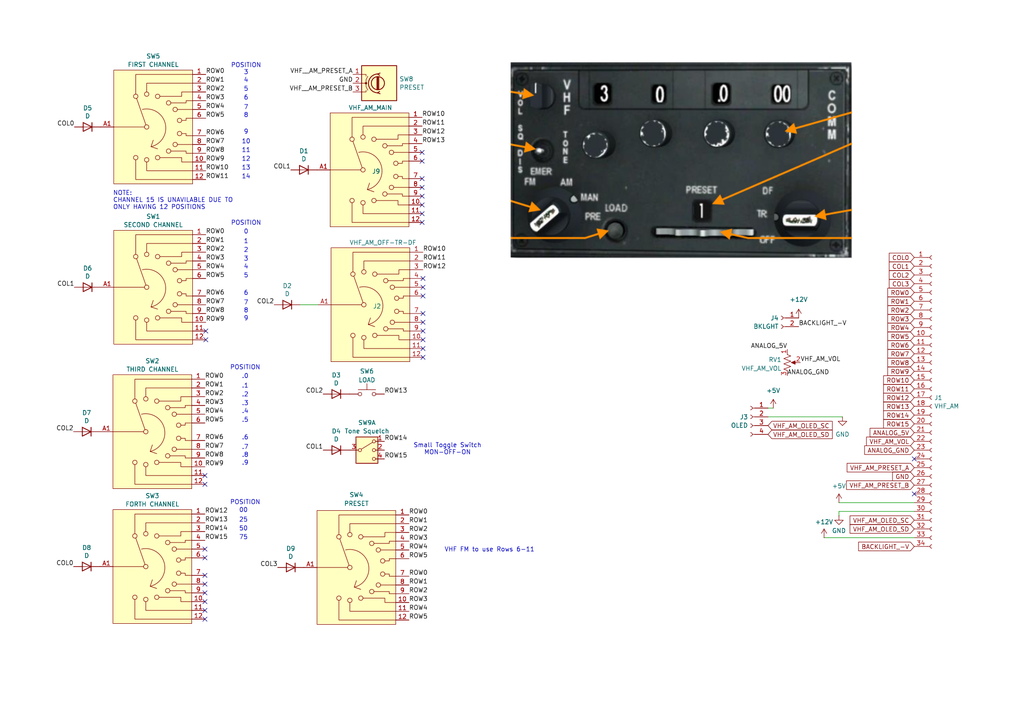
<source format=kicad_sch>
(kicad_sch (version 20231120) (generator "eeschema") (generator_version "8.0")
  (paper "A4")
  (title_block (date "2024-08-10"))
  (lib_symbols
    (symbol "Connector:Conn_01x02_Socket" (pin_names (offset 1.016) hide)
      (property "Reference" "J" (at 0 2.54 0))
      (property "Value" "Conn_01x02_Socket" (at 0 -5.08 0))
      (symbol "Conn_01x02_Socket_1_1"
        (arc (start 0 -2.032) (mid -0.5058 -2.54) (end 0 -3.048) (stroke (width 0.1524)))
        (polyline (pts (xy -1.27 -2.54) (xy -0.508 -2.54)) (stroke (width 0.1524)))
        (polyline (pts (xy -1.27 0) (xy -0.508 0)) (stroke (width 0.1524)))
        (arc (start 0 0.508) (mid -0.5058 0) (end 0 -0.508) (stroke (width 0.1524)))
        (pin passive line (at -5.08 0 0) (length 3.81) (name "Pin_1") (number "1"))
        (pin passive line (at -5.08 -2.54 0) (length 3.81) (name "Pin_2") (number "2"))
      )
    )
    (symbol "Connector:Conn_01x04_Socket" (pin_names (offset 1.016) hide)
      (property "Reference" "J" (at 0 5.08 0))
      (property "Value" "Conn_01x04_Socket" (at 0 -7.62 0))
      (symbol "Conn_01x04_Socket_1_1"
        (arc (start 0 -4.572) (mid -0.5058 -5.08) (end 0 -5.588) (stroke (width 0.1524)))
        (arc (start 0 -2.032) (mid -0.5058 -2.54) (end 0 -3.048) (stroke (width 0.1524)))
        (polyline (pts (xy -1.27 -5.08) (xy -0.508 -5.08)) (stroke (width 0.1524)))
        (polyline (pts (xy -1.27 -2.54) (xy -0.508 -2.54)) (stroke (width 0.1524)))
        (polyline (pts (xy -1.27 0) (xy -0.508 0)) (stroke (width 0.1524)))
        (polyline (pts (xy -1.27 2.54) (xy -0.508 2.54)) (stroke (width 0.1524)))
        (arc (start 0 0.508) (mid -0.5058 0) (end 0 -0.508) (stroke (width 0.1524)))
        (arc (start 0 3.048) (mid -0.5058 2.54) (end 0 2.032) (stroke (width 0.1524)))
        (pin passive line (at -5.08 2.54 0) (length 3.81) (name "Pin_1") (number "1"))
        (pin passive line (at -5.08 0 0) (length 3.81) (name "Pin_2") (number "2"))
        (pin passive line (at -5.08 -2.54 0) (length 3.81) (name "Pin_3") (number "3"))
        (pin passive line (at -5.08 -5.08 0) (length 3.81) (name "Pin_4") (number "4"))
      )
    )
    (symbol "Connector:Conn_01x34_Socket" (pin_names (offset 1.016) hide)
      (property "Reference" "J" (at 0 43.18 0))
      (property "Value" "Conn_01x34_Socket" (at 0 -45.72 0))
      (symbol "Conn_01x34_Socket_1_1"
        (arc (start 0 -42.672) (mid -0.5058 -43.18) (end 0 -43.688) (stroke (width 0.1524)))
        (arc (start 0 -40.132) (mid -0.5058 -40.64) (end 0 -41.148) (stroke (width 0.1524)))
        (arc (start 0 -37.592) (mid -0.5058 -38.1) (end 0 -38.608) (stroke (width 0.1524)))
        (arc (start 0 -35.052) (mid -0.5058 -35.56) (end 0 -36.068) (stroke (width 0.1524)))
        (arc (start 0 -32.512) (mid -0.5058 -33.02) (end 0 -33.528) (stroke (width 0.1524)))
        (arc (start 0 -29.972) (mid -0.5058 -30.48) (end 0 -30.988) (stroke (width 0.1524)))
        (arc (start 0 -27.432) (mid -0.5058 -27.94) (end 0 -28.448) (stroke (width 0.1524)))
        (arc (start 0 -24.892) (mid -0.5058 -25.4) (end 0 -25.908) (stroke (width 0.1524)))
        (arc (start 0 -22.352) (mid -0.5058 -22.86) (end 0 -23.368) (stroke (width 0.1524)))
        (arc (start 0 -19.812) (mid -0.5058 -20.32) (end 0 -20.828) (stroke (width 0.1524)))
        (arc (start 0 -17.272) (mid -0.5058 -17.78) (end 0 -18.288) (stroke (width 0.1524)))
        (arc (start 0 -14.732) (mid -0.5058 -15.24) (end 0 -15.748) (stroke (width 0.1524)))
        (arc (start 0 -12.192) (mid -0.5058 -12.7) (end 0 -13.208) (stroke (width 0.1524)))
        (arc (start 0 -9.652) (mid -0.5058 -10.16) (end 0 -10.668) (stroke (width 0.1524)))
        (arc (start 0 -7.112) (mid -0.5058 -7.62) (end 0 -8.128) (stroke (width 0.1524)))
        (arc (start 0 -4.572) (mid -0.5058 -5.08) (end 0 -5.588) (stroke (width 0.1524)))
        (arc (start 0 -2.032) (mid -0.5058 -2.54) (end 0 -3.048) (stroke (width 0.1524)))
        (polyline (pts (xy -1.27 -43.18) (xy -0.508 -43.18)) (stroke (width 0.1524)))
        (polyline (pts (xy -1.27 -40.64) (xy -0.508 -40.64)) (stroke (width 0.1524)))
        (polyline (pts (xy -1.27 -38.1) (xy -0.508 -38.1)) (stroke (width 0.1524)))
        (polyline (pts (xy -1.27 -35.56) (xy -0.508 -35.56)) (stroke (width 0.1524)))
        (polyline (pts (xy -1.27 -33.02) (xy -0.508 -33.02)) (stroke (width 0.1524)))
        (polyline (pts (xy -1.27 -30.48) (xy -0.508 -30.48)) (stroke (width 0.1524)))
        (polyline (pts (xy -1.27 -27.94) (xy -0.508 -27.94)) (stroke (width 0.1524)))
        (polyline (pts (xy -1.27 -25.4) (xy -0.508 -25.4)) (stroke (width 0.1524)))
        (polyline (pts (xy -1.27 -22.86) (xy -0.508 -22.86)) (stroke (width 0.1524)))
        (polyline (pts (xy -1.27 -20.32) (xy -0.508 -20.32)) (stroke (width 0.1524)))
        (polyline (pts (xy -1.27 -17.78) (xy -0.508 -17.78)) (stroke (width 0.1524)))
        (polyline (pts (xy -1.27 -15.24) (xy -0.508 -15.24)) (stroke (width 0.1524)))
        (polyline (pts (xy -1.27 -12.7) (xy -0.508 -12.7)) (stroke (width 0.1524)))
        (polyline (pts (xy -1.27 -10.16) (xy -0.508 -10.16)) (stroke (width 0.1524)))
        (polyline (pts (xy -1.27 -7.62) (xy -0.508 -7.62)) (stroke (width 0.1524)))
        (polyline (pts (xy -1.27 -5.08) (xy -0.508 -5.08)) (stroke (width 0.1524)))
        (polyline (pts (xy -1.27 -2.54) (xy -0.508 -2.54)) (stroke (width 0.1524)))
        (polyline (pts (xy -1.27 0) (xy -0.508 0)) (stroke (width 0.1524)))
        (polyline (pts (xy -1.27 2.54) (xy -0.508 2.54)) (stroke (width 0.1524)))
        (polyline (pts (xy -1.27 5.08) (xy -0.508 5.08)) (stroke (width 0.1524)))
        (polyline (pts (xy -1.27 7.62) (xy -0.508 7.62)) (stroke (width 0.1524)))
        (polyline (pts (xy -1.27 10.16) (xy -0.508 10.16)) (stroke (width 0.1524)))
        (polyline (pts (xy -1.27 12.7) (xy -0.508 12.7)) (stroke (width 0.1524)))
        (polyline (pts (xy -1.27 15.24) (xy -0.508 15.24)) (stroke (width 0.1524)))
        (polyline (pts (xy -1.27 17.78) (xy -0.508 17.78)) (stroke (width 0.1524)))
        (polyline (pts (xy -1.27 20.32) (xy -0.508 20.32)) (stroke (width 0.1524)))
        (polyline (pts (xy -1.27 22.86) (xy -0.508 22.86)) (stroke (width 0.1524)))
        (polyline (pts (xy -1.27 25.4) (xy -0.508 25.4)) (stroke (width 0.1524)))
        (polyline (pts (xy -1.27 27.94) (xy -0.508 27.94)) (stroke (width 0.1524)))
        (polyline (pts (xy -1.27 30.48) (xy -0.508 30.48)) (stroke (width 0.1524)))
        (polyline (pts (xy -1.27 33.02) (xy -0.508 33.02)) (stroke (width 0.1524)))
        (polyline (pts (xy -1.27 35.56) (xy -0.508 35.56)) (stroke (width 0.1524)))
        (polyline (pts (xy -1.27 38.1) (xy -0.508 38.1)) (stroke (width 0.1524)))
        (polyline (pts (xy -1.27 40.64) (xy -0.508 40.64)) (stroke (width 0.1524)))
        (arc (start 0 0.508) (mid -0.5058 0) (end 0 -0.508) (stroke (width 0.1524)))
        (arc (start 0 3.048) (mid -0.5058 2.54) (end 0 2.032) (stroke (width 0.1524)))
        (arc (start 0 5.588) (mid -0.5058 5.08) (end 0 4.572) (stroke (width 0.1524)))
        (arc (start 0 8.128) (mid -0.5058 7.62) (end 0 7.112) (stroke (width 0.1524)))
        (arc (start 0 10.668) (mid -0.5058 10.16) (end 0 9.652) (stroke (width 0.1524)))
        (arc (start 0 13.208) (mid -0.5058 12.7) (end 0 12.192) (stroke (width 0.1524)))
        (arc (start 0 15.748) (mid -0.5058 15.24) (end 0 14.732) (stroke (width 0.1524)))
        (arc (start 0 18.288) (mid -0.5058 17.78) (end 0 17.272) (stroke (width 0.1524)))
        (arc (start 0 20.828) (mid -0.5058 20.32) (end 0 19.812) (stroke (width 0.1524)))
        (arc (start 0 23.368) (mid -0.5058 22.86) (end 0 22.352) (stroke (width 0.1524)))
        (arc (start 0 25.908) (mid -0.5058 25.4) (end 0 24.892) (stroke (width 0.1524)))
        (arc (start 0 28.448) (mid -0.5058 27.94) (end 0 27.432) (stroke (width 0.1524)))
        (arc (start 0 30.988) (mid -0.5058 30.48) (end 0 29.972) (stroke (width 0.1524)))
        (arc (start 0 33.528) (mid -0.5058 33.02) (end 0 32.512) (stroke (width 0.1524)))
        (arc (start 0 36.068) (mid -0.5058 35.56) (end 0 35.052) (stroke (width 0.1524)))
        (arc (start 0 38.608) (mid -0.5058 38.1) (end 0 37.592) (stroke (width 0.1524)))
        (arc (start 0 41.148) (mid -0.5058 40.64) (end 0 40.132) (stroke (width 0.1524)))
        (pin passive line (at -5.08 40.64 0) (length 3.81) (name "Pin_1") (number "1"))
        (pin passive line (at -5.08 17.78 0) (length 3.81) (name "Pin_10") (number "10"))
        (pin passive line (at -5.08 15.24 0) (length 3.81) (name "Pin_11") (number "11"))
        (pin passive line (at -5.08 12.7 0) (length 3.81) (name "Pin_12") (number "12"))
        (pin passive line (at -5.08 10.16 0) (length 3.81) (name "Pin_13") (number "13"))
        (pin passive line (at -5.08 7.62 0) (length 3.81) (name "Pin_14") (number "14"))
        (pin passive line (at -5.08 5.08 0) (length 3.81) (name "Pin_15") (number "15"))
        (pin passive line (at -5.08 2.54 0) (length 3.81) (name "Pin_16") (number "16"))
        (pin passive line (at -5.08 0 0) (length 3.81) (name "Pin_17") (number "17"))
        (pin passive line (at -5.08 -2.54 0) (length 3.81) (name "Pin_18") (number "18"))
        (pin passive line (at -5.08 -5.08 0) (length 3.81) (name "Pin_19") (number "19"))
        (pin passive line (at -5.08 38.1 0) (length 3.81) (name "Pin_2") (number "2"))
        (pin passive line (at -5.08 -7.62 0) (length 3.81) (name "Pin_20") (number "20"))
        (pin passive line (at -5.08 -10.16 0) (length 3.81) (name "Pin_21") (number "21"))
        (pin passive line (at -5.08 -12.7 0) (length 3.81) (name "Pin_22") (number "22"))
        (pin passive line (at -5.08 -15.24 0) (length 3.81) (name "Pin_23") (number "23"))
        (pin passive line (at -5.08 -17.78 0) (length 3.81) (name "Pin_24") (number "24"))
        (pin passive line (at -5.08 -20.32 0) (length 3.81) (name "Pin_25") (number "25"))
        (pin passive line (at -5.08 -22.86 0) (length 3.81) (name "Pin_26") (number "26"))
        (pin passive line (at -5.08 -25.4 0) (length 3.81) (name "Pin_27") (number "27"))
        (pin passive line (at -5.08 -27.94 0) (length 3.81) (name "Pin_28") (number "28"))
        (pin passive line (at -5.08 -30.48 0) (length 3.81) (name "Pin_29") (number "29"))
        (pin passive line (at -5.08 35.56 0) (length 3.81) (name "Pin_3") (number "3"))
        (pin passive line (at -5.08 -33.02 0) (length 3.81) (name "Pin_30") (number "30"))
        (pin passive line (at -5.08 -35.56 0) (length 3.81) (name "Pin_31") (number "31"))
        (pin passive line (at -5.08 -38.1 0) (length 3.81) (name "Pin_32") (number "32"))
        (pin passive line (at -5.08 -40.64 0) (length 3.81) (name "Pin_33") (number "33"))
        (pin passive line (at -5.08 -43.18 0) (length 3.81) (name "Pin_34") (number "34"))
        (pin passive line (at -5.08 33.02 0) (length 3.81) (name "Pin_4") (number "4"))
        (pin passive line (at -5.08 30.48 0) (length 3.81) (name "Pin_5") (number "5"))
        (pin passive line (at -5.08 27.94 0) (length 3.81) (name "Pin_6") (number "6"))
        (pin passive line (at -5.08 25.4 0) (length 3.81) (name "Pin_7") (number "7"))
        (pin passive line (at -5.08 22.86 0) (length 3.81) (name "Pin_8") (number "8"))
        (pin passive line (at -5.08 20.32 0) (length 3.81) (name "Pin_9") (number "9"))
      )
    )
    (symbol "Device:D" (pin_numbers hide) (pin_names (offset 1.016) hide)
      (property "Reference" "D" (at 0 2.54 0))
      (property "Value" "D" (at 0 -2.54 0))
      (symbol "D_0_1"
        (polyline (pts (xy -1.27 1.27) (xy -1.27 -1.27)) (stroke (width 0.254)))
        (polyline (pts (xy 1.27 0) (xy -1.27 0)))
        (polyline (pts (xy 1.27 1.27) (xy 1.27 -1.27) (xy -1.27 0) (xy 1.27 1.27)) (stroke (width 0.254)))
      )
      (symbol "D_1_1"
        (pin passive line (at -3.81 0 0) (length 2.54) (name "K") (number "1"))
        (pin passive line (at 3.81 0 180) (length 2.54) (name "A") (number "2"))
      )
    )
    (symbol "Device:R_Potentiometer_US" (pin_names (offset 1.016) hide)
      (property "Reference" "RV" (at -4.445 0 90))
      (property "Value" "R_Potentiometer_US" (at -2.54 0 90))
      (symbol "R_Potentiometer_US_0_1"
        (polyline (pts (xy 0 -2.286) (xy 0 -2.54)))
        (polyline (pts (xy 0 2.54) (xy 0 2.286)))
        (polyline (pts (xy 2.54 0) (xy 1.524 0)))
        (polyline (pts (xy 1.143 0) (xy 2.286 0.508) (xy 2.286 -0.508) (xy 1.143 0)) (fill (type outline)))
        (polyline (pts (xy 0 -0.762) (xy 1.016 -1.143) (xy 0 -1.524) (xy -1.016 -1.905) (xy 0 -2.286)))
        (polyline (pts (xy 0 0.762) (xy 1.016 0.381) (xy 0 0) (xy -1.016 -0.381) (xy 0 -0.762)))
        (polyline (pts (xy 0 2.286) (xy 1.016 1.905) (xy 0 1.524) (xy -1.016 1.143) (xy 0 0.762)))
      )
      (symbol "R_Potentiometer_US_1_1"
        (pin passive line (at 0 3.81 270) (length 1.27) (name "1") (number "1"))
        (pin passive line (at 3.81 0 180) (length 1.27) (name "2") (number "2"))
        (pin passive line (at 0 -3.81 90) (length 1.27) (name "3") (number "3"))
      )
    )
    (symbol "RotaryEncoder_2" (pin_names (offset 0.254) hide)
      (property "Reference" "SW2" (at 5.842 0.8347 0))
      (property "Value" "ENCODER_2" (at 5.842 -1.7022 0))
      (symbol "RotaryEncoder_2_0_1"
        (rectangle (start -5.08 5.08) (end 5.08 -5.08) (stroke (width 0.254)) (fill (type background)))
        (circle (center -3.81 0) (radius 0.254) (fill (type outline)))
        (circle (center -0.381 0) (radius 1.905) (stroke (width 0.254)))
        (arc (start -0.381 2.667) (mid -3.0988 -0.0635) (end -0.381 -2.794) (stroke (width 0.254)))
        (polyline (pts (xy -0.635 -1.778) (xy -0.635 1.778)) (stroke (width 0.254)))
        (polyline (pts (xy -0.381 -1.778) (xy -0.381 1.778)) (stroke (width 0.254)))
        (polyline (pts (xy -0.127 1.778) (xy -0.127 -1.778)) (stroke (width 0.254)))
        (polyline (pts (xy -5.08 -2.54) (xy -3.81 -2.54) (xy -3.81 -2.032)))
        (polyline (pts (xy -5.08 2.54) (xy -3.81 2.54) (xy -3.81 2.032)))
        (polyline (pts (xy 0.254 -3.048) (xy -0.508 -2.794) (xy 0.127 -2.413)) (stroke (width 0.254)))
        (polyline (pts (xy 0.254 2.921) (xy -0.508 2.667) (xy 0.127 2.286)) (stroke (width 0.254)))
        (polyline (pts (xy -5.08 0) (xy -3.81 0) (xy -3.81 -1.016) (xy -3.302 -2.032)))
        (polyline (pts (xy -4.318 0) (xy -3.81 0) (xy -3.81 1.016) (xy -3.302 2.032)))
      )
      (symbol "RotaryEncoder_2_1_1"
        (pin passive line (at -7.62 2.54 0) (length 2.54) (name "1") (number "1"))
        (pin passive line (at -7.62 0 0) (length 2.54) (name "2") (number "2"))
        (pin passive line (at -7.62 -2.54 0) (length 2.54) (name "3") (number "3"))
      )
    )
    (symbol "SW_Rotary_1x12_1" (pin_names (offset 1.016) hide)
      (property "Reference" "SW" (at 0 17.78 0))
      (property "Value" "SW_Rotary_1x12" (at 0 -17.78 0))
      (symbol "SW_Rotary_1x12_1_0_0"
        (circle (center -5.08 -8.89) (radius 0.635))
        (circle (center -5.08 8.89) (radius 0.635))
        (circle (center -1.905 -9.525) (radius 0.635))
        (circle (center -1.905 0) (radius 0.635))
        (circle (center -1.905 9.525) (radius 0.635))
        (arc (start -0.635 -5.715) (mid 3.4777 0.949) (end -3.175 5.08))
        (polyline (pts (xy -2.1336 0.6096) (xy -4.826 8.2804)))
        (polyline (pts (xy -0.635 -5.715) (xy 0 -3.81)))
        (polyline (pts (xy -0.635 -5.715) (xy 1.27 -6.35)))
        (polyline (pts (xy 6.985 -5.08) (xy 11.43 -5.08)))
        (polyline (pts (xy 6.985 5.08) (xy 11.43 5.08)))
        (polyline (pts (xy -5.08 -9.525) (xy -5.08 -15.24) (xy 11.43 -15.24)))
        (polyline (pts (xy -5.08 9.525) (xy -5.08 15.24) (xy 11.43 15.24)))
        (polyline (pts (xy -1.905 -10.16) (xy -1.905 -12.7) (xy 11.43 -12.7)))
        (polyline (pts (xy -1.905 10.16) (xy -1.905 12.7) (xy 11.43 12.7)))
        (polyline (pts (xy 1.905 -8.89) (xy 8.255 -8.89) (xy 8.255 -10.16) (xy 11.43 -10.16)))
        (polyline (pts (xy 1.905 8.89) (xy 8.255 8.89) (xy 8.255 10.16) (xy 11.43 10.16)))
        (polyline (pts (xy 5.08 -6.985) (xy 9.525 -6.985) (xy 9.525 -7.62) (xy 11.43 -7.62)))
        (polyline (pts (xy 5.08 6.985) (xy 9.525 6.985) (xy 9.525 7.62) (xy 11.43 7.62)))
        (polyline (pts (xy 8.255 -1.905) (xy 9.525 -1.905) (xy 9.525 -2.54) (xy 11.43 -2.54)))
        (polyline (pts (xy 8.255 1.905) (xy 9.525 1.905) (xy 9.525 2.54) (xy 11.43 2.54)))
        (circle (center 1.27 -8.89) (radius 0.635))
        (circle (center 1.27 8.89) (radius 0.635))
        (circle (center 4.445 -6.985) (radius 0.635))
        (circle (center 4.445 6.985) (radius 0.635))
        (circle (center 6.35 -5.08) (radius 0.635))
        (circle (center 6.35 5.08) (radius 0.635))
        (circle (center 7.62 -1.905) (radius 0.635))
        (circle (center 7.62 1.905) (radius 0.635))
      )
      (symbol "SW_Rotary_1x12_1_1_1"
        (rectangle (start -11.43 16.51) (end 11.43 -16.51) (fill (type background)))
        (polyline (pts (xy -11.43 0) (xy -2.54 0)))
        (pin passive line (at 15.24 15.24 180) (length 3.81) (name "1") (number "1"))
        (pin passive line (at 15.24 -10.16 180) (length 3.81) (name "10") (number "10"))
        (pin passive line (at 15.24 -12.7 180) (length 3.81) (name "11") (number "11"))
        (pin passive line (at 15.24 -15.24 180) (length 3.81) (name "12") (number "12"))
        (pin passive line (at 15.24 12.7 180) (length 3.81) (name "2") (number "2"))
        (pin passive line (at 15.24 10.16 180) (length 3.81) (name "3") (number "3"))
        (pin passive line (at 15.24 7.62 180) (length 3.81) (name "4") (number "4"))
        (pin passive line (at 15.24 5.08 180) (length 3.81) (name "5") (number "5"))
        (pin passive line (at 15.24 2.54 180) (length 3.81) (name "6") (number "6"))
        (pin passive line (at 15.24 -2.54 180) (length 3.81) (name "7") (number "7"))
        (pin passive line (at 15.24 -5.08 180) (length 3.81) (name "8") (number "8"))
        (pin passive line (at 15.24 -7.62 180) (length 3.81) (name "9") (number "9"))
        (pin passive line (at -15.24 0 0) (length 3.81) (name "A1") (number "A1"))
      )
    )
    (symbol "SW_Rotary_1x12_2" (pin_names (offset 1.016) hide)
      (property "Reference" "SW" (at 0 17.78 0))
      (property "Value" "SW_Rotary_1x12" (at 0 -17.78 0))
      (symbol "SW_Rotary_1x12_2_0_0"
        (circle (center -5.08 -8.89) (radius 0.635))
        (circle (center -5.08 8.89) (radius 0.635))
        (circle (center -1.905 -9.525) (radius 0.635))
        (circle (center -1.905 0) (radius 0.635))
        (circle (center -1.905 9.525) (radius 0.635))
        (arc (start -0.635 -5.715) (mid 3.4777 0.949) (end -3.175 5.08))
        (polyline (pts (xy -2.1336 0.6096) (xy -4.826 8.2804)))
        (polyline (pts (xy -0.635 -5.715) (xy 0 -3.81)))
        (polyline (pts (xy -0.635 -5.715) (xy 1.27 -6.35)))
        (polyline (pts (xy 6.985 -5.08) (xy 11.43 -5.08)))
        (polyline (pts (xy 6.985 5.08) (xy 11.43 5.08)))
        (polyline (pts (xy -5.08 -9.525) (xy -5.08 -15.24) (xy 11.43 -15.24)))
        (polyline (pts (xy -5.08 9.525) (xy -5.08 15.24) (xy 11.43 15.24)))
        (polyline (pts (xy -1.905 -10.16) (xy -1.905 -12.7) (xy 11.43 -12.7)))
        (polyline (pts (xy -1.905 10.16) (xy -1.905 12.7) (xy 11.43 12.7)))
        (polyline (pts (xy 1.905 -8.89) (xy 8.255 -8.89) (xy 8.255 -10.16) (xy 11.43 -10.16)))
        (polyline (pts (xy 1.905 8.89) (xy 8.255 8.89) (xy 8.255 10.16) (xy 11.43 10.16)))
        (polyline (pts (xy 5.08 -6.985) (xy 9.525 -6.985) (xy 9.525 -7.62) (xy 11.43 -7.62)))
        (polyline (pts (xy 5.08 6.985) (xy 9.525 6.985) (xy 9.525 7.62) (xy 11.43 7.62)))
        (polyline (pts (xy 8.255 -1.905) (xy 9.525 -1.905) (xy 9.525 -2.54) (xy 11.43 -2.54)))
        (polyline (pts (xy 8.255 1.905) (xy 9.525 1.905) (xy 9.525 2.54) (xy 11.43 2.54)))
        (circle (center 1.27 -8.89) (radius 0.635))
        (circle (center 1.27 8.89) (radius 0.635))
        (circle (center 4.445 -6.985) (radius 0.635))
        (circle (center 4.445 6.985) (radius 0.635))
        (circle (center 6.35 -5.08) (radius 0.635))
        (circle (center 6.35 5.08) (radius 0.635))
        (circle (center 7.62 -1.905) (radius 0.635))
        (circle (center 7.62 1.905) (radius 0.635))
      )
      (symbol "SW_Rotary_1x12_2_1_1"
        (rectangle (start -11.43 16.51) (end 11.43 -16.51) (fill (type background)))
        (polyline (pts (xy -11.43 0) (xy -2.54 0)))
        (pin passive line (at 15.24 15.24 180) (length 3.81) (name "1") (number "1"))
        (pin passive line (at 15.24 -10.16 180) (length 3.81) (name "10") (number "10"))
        (pin passive line (at 15.24 -12.7 180) (length 3.81) (name "11") (number "11"))
        (pin passive line (at 15.24 -15.24 180) (length 3.81) (name "12") (number "12"))
        (pin passive line (at 15.24 12.7 180) (length 3.81) (name "2") (number "2"))
        (pin passive line (at 15.24 10.16 180) (length 3.81) (name "3") (number "3"))
        (pin passive line (at 15.24 7.62 180) (length 3.81) (name "4") (number "4"))
        (pin passive line (at 15.24 5.08 180) (length 3.81) (name "5") (number "5"))
        (pin passive line (at 15.24 2.54 180) (length 3.81) (name "6") (number "6"))
        (pin passive line (at 15.24 -2.54 180) (length 3.81) (name "7") (number "7"))
        (pin passive line (at 15.24 -5.08 180) (length 3.81) (name "8") (number "8"))
        (pin passive line (at 15.24 -7.62 180) (length 3.81) (name "9") (number "9"))
        (pin passive line (at -15.24 0 0) (length 3.81) (name "A1") (number "A1"))
      )
    )
    (symbol "SW_Rotary_1x12_3" (pin_names (offset 1.016) hide)
      (property "Reference" "SW" (at 0 17.78 0))
      (property "Value" "SW_Rotary_1x12" (at 0 -17.78 0))
      (symbol "SW_Rotary_1x12_3_0_0"
        (circle (center -5.08 -8.89) (radius 0.635))
        (circle (center -5.08 8.89) (radius 0.635))
        (circle (center -1.905 -9.525) (radius 0.635))
        (circle (center -1.905 0) (radius 0.635))
        (circle (center -1.905 9.525) (radius 0.635))
        (arc (start -0.635 -5.715) (mid 3.4777 0.949) (end -3.175 5.08))
        (polyline (pts (xy -2.1336 0.6096) (xy -4.826 8.2804)))
        (polyline (pts (xy -0.635 -5.715) (xy 0 -3.81)))
        (polyline (pts (xy -0.635 -5.715) (xy 1.27 -6.35)))
        (polyline (pts (xy 6.985 -5.08) (xy 11.43 -5.08)))
        (polyline (pts (xy 6.985 5.08) (xy 11.43 5.08)))
        (polyline (pts (xy -5.08 -9.525) (xy -5.08 -15.24) (xy 11.43 -15.24)))
        (polyline (pts (xy -5.08 9.525) (xy -5.08 15.24) (xy 11.43 15.24)))
        (polyline (pts (xy -1.905 -10.16) (xy -1.905 -12.7) (xy 11.43 -12.7)))
        (polyline (pts (xy -1.905 10.16) (xy -1.905 12.7) (xy 11.43 12.7)))
        (polyline (pts (xy 1.905 -8.89) (xy 8.255 -8.89) (xy 8.255 -10.16) (xy 11.43 -10.16)))
        (polyline (pts (xy 1.905 8.89) (xy 8.255 8.89) (xy 8.255 10.16) (xy 11.43 10.16)))
        (polyline (pts (xy 5.08 -6.985) (xy 9.525 -6.985) (xy 9.525 -7.62) (xy 11.43 -7.62)))
        (polyline (pts (xy 5.08 6.985) (xy 9.525 6.985) (xy 9.525 7.62) (xy 11.43 7.62)))
        (polyline (pts (xy 8.255 -1.905) (xy 9.525 -1.905) (xy 9.525 -2.54) (xy 11.43 -2.54)))
        (polyline (pts (xy 8.255 1.905) (xy 9.525 1.905) (xy 9.525 2.54) (xy 11.43 2.54)))
        (circle (center 1.27 -8.89) (radius 0.635))
        (circle (center 1.27 8.89) (radius 0.635))
        (circle (center 4.445 -6.985) (radius 0.635))
        (circle (center 4.445 6.985) (radius 0.635))
        (circle (center 6.35 -5.08) (radius 0.635))
        (circle (center 6.35 5.08) (radius 0.635))
        (circle (center 7.62 -1.905) (radius 0.635))
        (circle (center 7.62 1.905) (radius 0.635))
      )
      (symbol "SW_Rotary_1x12_3_1_1"
        (rectangle (start -11.43 16.51) (end 11.43 -16.51) (fill (type background)))
        (polyline (pts (xy -11.43 0) (xy -2.54 0)))
        (pin passive line (at 15.24 15.24 180) (length 3.81) (name "1") (number "1"))
        (pin passive line (at 15.24 -10.16 180) (length 3.81) (name "10") (number "10"))
        (pin passive line (at 15.24 -12.7 180) (length 3.81) (name "11") (number "11"))
        (pin passive line (at 15.24 -15.24 180) (length 3.81) (name "12") (number "12"))
        (pin passive line (at 15.24 12.7 180) (length 3.81) (name "2") (number "2"))
        (pin passive line (at 15.24 10.16 180) (length 3.81) (name "3") (number "3"))
        (pin passive line (at 15.24 7.62 180) (length 3.81) (name "4") (number "4"))
        (pin passive line (at 15.24 5.08 180) (length 3.81) (name "5") (number "5"))
        (pin passive line (at 15.24 2.54 180) (length 3.81) (name "6") (number "6"))
        (pin passive line (at 15.24 -2.54 180) (length 3.81) (name "7") (number "7"))
        (pin passive line (at 15.24 -5.08 180) (length 3.81) (name "8") (number "8"))
        (pin passive line (at 15.24 -7.62 180) (length 3.81) (name "9") (number "9"))
        (pin passive line (at -15.24 0 0) (length 3.81) (name "A1") (number "A1"))
      )
    )
    (symbol "Switch:SW_DP3T" (pin_names (offset 0) hide)
      (property "Reference" "SW" (at 0 5.08 0))
      (property "Value" "SW_DP3T" (at 0 -5.08 0))
      (symbol "SW_DP3T_0_1"
        (rectangle (start -3.175 3.81) (end 3.175 -3.81) (stroke (width 0.254)) (fill (type background)))
        (circle (center -2.032 0) (radius 0.4572))
        (polyline (pts (xy -1.651 0.254) (xy 1.651 2.286)))
        (circle (center 2.032 -2.54) (radius 0.4572))
        (circle (center 2.032 0) (radius 0.4572))
        (circle (center 2.032 2.54) (radius 0.4572))
      )
      (symbol "SW_DP3T_1_1"
        (pin passive line (at 5.08 2.54 180) (length 2.54) (name "1") (number "1"))
        (pin passive line (at 5.08 0 180) (length 2.54) (name "2") (number "2"))
        (pin passive line (at -5.08 0 0) (length 2.54) (name "3") (number "3"))
        (pin passive line (at 5.08 -2.54 180) (length 2.54) (name "4") (number "4"))
      )
      (symbol "SW_DP3T_2_1"
        (pin passive line (at 5.08 2.54 180) (length 2.54) (name "5") (number "5"))
        (pin passive line (at 5.08 0 180) (length 2.54) (name "6") (number "6"))
        (pin passive line (at -5.08 0 0) (length 2.54) (name "7") (number "7"))
        (pin passive line (at 5.08 -2.54 180) (length 2.54) (name "8") (number "8"))
      )
    )
    (symbol "Switch:SW_Push" (pin_numbers hide) (pin_names (offset 1.016) hide)
      (property "Reference" "SW" (at 1.27 2.54 0))
      (property "Value" "SW_Push" (at 0 -1.524 0))
      (symbol "SW_Push_0_1"
        (circle (center -2.032 0) (radius 0.508))
        (polyline (pts (xy 0 1.27) (xy 0 3.048)))
        (polyline (pts (xy 2.54 1.27) (xy -2.54 1.27)))
        (circle (center 2.032 0) (radius 0.508))
        (pin passive line (at -5.08 0 0) (length 2.54) (name "1") (number "1"))
        (pin passive line (at 5.08 0 180) (length 2.54) (name "2") (number "2"))
      )
    )
    (symbol "Switch:SW_Rotary_1x12" (pin_names (offset 1.016) hide)
      (property "Reference" "SW" (at 0 17.78 0))
      (property "Value" "SW_Rotary_1x12" (at 0 -17.78 0))
      (symbol "SW_Rotary_1x12_0_0"
        (circle (center -5.08 -8.89) (radius 0.635))
        (circle (center -5.08 8.89) (radius 0.635))
        (circle (center -1.905 -9.525) (radius 0.635))
        (circle (center -1.905 0) (radius 0.635))
        (circle (center -1.905 9.525) (radius 0.635))
        (arc (start -0.635 -5.715) (mid 3.4777 0.949) (end -3.175 5.08))
        (polyline (pts (xy -2.1336 0.6096) (xy -4.826 8.2804)))
        (polyline (pts (xy -0.635 -5.715) (xy 0 -3.81)))
        (polyline (pts (xy -0.635 -5.715) (xy 1.27 -6.35)))
        (polyline (pts (xy 6.985 -5.08) (xy 11.43 -5.08)))
        (polyline (pts (xy 6.985 5.08) (xy 11.43 5.08)))
        (polyline (pts (xy -5.08 -9.525) (xy -5.08 -15.24) (xy 11.43 -15.24)))
        (polyline (pts (xy -5.08 9.525) (xy -5.08 15.24) (xy 11.43 15.24)))
        (polyline (pts (xy -1.905 -10.16) (xy -1.905 -12.7) (xy 11.43 -12.7)))
        (polyline (pts (xy -1.905 10.16) (xy -1.905 12.7) (xy 11.43 12.7)))
        (polyline (pts (xy 1.905 -8.89) (xy 8.255 -8.89) (xy 8.255 -10.16) (xy 11.43 -10.16)))
        (polyline (pts (xy 1.905 8.89) (xy 8.255 8.89) (xy 8.255 10.16) (xy 11.43 10.16)))
        (polyline (pts (xy 5.08 -6.985) (xy 9.525 -6.985) (xy 9.525 -7.62) (xy 11.43 -7.62)))
        (polyline (pts (xy 5.08 6.985) (xy 9.525 6.985) (xy 9.525 7.62) (xy 11.43 7.62)))
        (polyline (pts (xy 8.255 -1.905) (xy 9.525 -1.905) (xy 9.525 -2.54) (xy 11.43 -2.54)))
        (polyline (pts (xy 8.255 1.905) (xy 9.525 1.905) (xy 9.525 2.54) (xy 11.43 2.54)))
        (circle (center 1.27 -8.89) (radius 0.635))
        (circle (center 1.27 8.89) (radius 0.635))
        (circle (center 4.445 -6.985) (radius 0.635))
        (circle (center 4.445 6.985) (radius 0.635))
        (circle (center 6.35 -5.08) (radius 0.635))
        (circle (center 6.35 5.08) (radius 0.635))
        (circle (center 7.62 -1.905) (radius 0.635))
        (circle (center 7.62 1.905) (radius 0.635))
      )
      (symbol "SW_Rotary_1x12_1_1"
        (rectangle (start -11.43 16.51) (end 11.43 -16.51) (fill (type background)))
        (polyline (pts (xy -11.43 0) (xy -2.54 0)))
        (pin passive line (at 15.24 15.24 180) (length 3.81) (name "1") (number "1"))
        (pin passive line (at 15.24 -10.16 180) (length 3.81) (name "10") (number "10"))
        (pin passive line (at 15.24 -12.7 180) (length 3.81) (name "11") (number "11"))
        (pin passive line (at 15.24 -15.24 180) (length 3.81) (name "12") (number "12"))
        (pin passive line (at 15.24 12.7 180) (length 3.81) (name "2") (number "2"))
        (pin passive line (at 15.24 10.16 180) (length 3.81) (name "3") (number "3"))
        (pin passive line (at 15.24 7.62 180) (length 3.81) (name "4") (number "4"))
        (pin passive line (at 15.24 5.08 180) (length 3.81) (name "5") (number "5"))
        (pin passive line (at 15.24 2.54 180) (length 3.81) (name "6") (number "6"))
        (pin passive line (at 15.24 -2.54 180) (length 3.81) (name "7") (number "7"))
        (pin passive line (at 15.24 -5.08 180) (length 3.81) (name "8") (number "8"))
        (pin passive line (at 15.24 -7.62 180) (length 3.81) (name "9") (number "9"))
        (pin passive line (at -15.24 0 0) (length 3.81) (name "A1") (number "A1"))
      )
    )
    (symbol "power:+12V" (power) (pin_numbers hide) (pin_names (offset 0) hide)
      (property "Value" "+12V" (at 0 3.556 0))
      (symbol "+12V_0_1"
        (polyline (pts (xy -0.762 1.27) (xy 0 2.54)))
        (polyline (pts (xy 0 0) (xy 0 2.54)))
        (polyline (pts (xy 0 2.54) (xy 0.762 1.27)))
      )
      (symbol "+12V_1_1"
        (pin power_in line (at 0 0 90) (length 0) (name "~") (number "1"))
      )
    )
    (symbol "power:+5V" (power) (pin_numbers hide) (pin_names (offset 0) hide)
      (property "Value" "+5V" (at 0 3.556 0))
      (symbol "+5V_0_1"
        (polyline (pts (xy -0.762 1.27) (xy 0 2.54)))
        (polyline (pts (xy 0 0) (xy 0 2.54)))
        (polyline (pts (xy 0 2.54) (xy 0.762 1.27)))
      )
      (symbol "+5V_1_1"
        (pin power_in line (at 0 0 90) (length 0) (name "~") (number "1"))
      )
    )
    (symbol "power:GND" (power) (pin_numbers hide) (pin_names (offset 0) hide)
      (property "Value" "GND" (at 0 -3.81 0))
      (symbol "GND_0_1"
        (polyline (pts (xy 0 0) (xy 0 -1.27) (xy 1.27 -1.27) (xy 0 -2.54) (xy -1.27 -1.27) (xy 0 -1.27)))
      )
      (symbol "GND_1_1"
        (pin power_in line (at 0 0 270) (length 0) (name "~") (number "1"))
      )
    )
  )
  (no_connect (at 59.436 159.258))
  (no_connect (at 122.428 56.896))
  (no_connect (at 59.69 98.552))
  (no_connect (at 265.176 133.096))
  (no_connect (at 122.682 96.012))
  (no_connect (at 122.682 101.092))
  (no_connect (at 122.428 54.356))
  (no_connect (at 122.682 80.772))
  (no_connect (at 122.682 98.552))
  (no_connect (at 59.436 169.418))
  (no_connect (at 59.436 137.922))
  (no_connect (at 122.428 46.736))
  (no_connect (at 122.428 61.976))
  (no_connect (at 59.436 177.038))
  (no_connect (at 122.682 85.852))
  (no_connect (at 59.436 140.462))
  (no_connect (at 265.176 143.256))
  (no_connect (at 59.436 166.878))
  (no_connect (at 122.428 64.516))
  (no_connect (at 122.682 93.472))
  (no_connect (at 59.436 179.578))
  (no_connect (at 122.682 103.632))
  (no_connect (at 59.436 161.798))
  (no_connect (at 122.428 44.196))
  (no_connect (at 122.682 90.932))
  (no_connect (at 122.428 51.816))
  (no_connect (at 59.436 171.958))
  (no_connect (at 122.682 83.312))
  (no_connect (at 59.436 174.498))
  (no_connect (at 122.428 59.436))
  (no_connect (at 59.69 96.012))
  (wire (pts (xy 239.014 155.956) (xy 265.176 155.956)))
  (wire (pts (xy 243.332 148.336) (xy 265.176 148.336)))
  (wire (pts (xy 243.332 149.606) (xy 243.332 148.336)))
  (wire (pts (xy 87.122 88.392) (xy 92.202 88.392)))
  (wire (pts (xy 243.332 145.796) (xy 265.176 145.796)))
  (wire (pts (xy 222.758 118.364) (xy 224.282 118.364)))
  (wire (pts (xy 222.758 120.904) (xy 244.348 120.904)))
  (image (at 197.612 46.482) (scale 2.1693))
  (text "13" (at 71.374 48.768 0) (effects (font (size 1.27 1.27))))
  (text "9" (at 71.374 92.456 0) (effects (font (size 1.27 1.27))))
  (text "9" (at 71.374 38.354 0) (effects (font (size 1.27 1.27))))
  (text "6" (at 71.374 85.09 0) (effects (font (size 1.27 1.27))))
  (text ".2" (at 71.12 114.554 0) (effects (font (size 1.27 1.27))))
  (text ".4" (at 71.12 119.38 0) (effects (font (size 1.27 1.27))))
  (text "VHF FM to use Rows 6-11" (at 141.986 159.512 0) (effects (font (size 1.27 1.27))))
  (text "8" (at 71.374 90.17 0) (effects (font (size 1.27 1.27))))
  (text "25" (at 70.612 150.876 0) (effects (font (size 1.27 1.27))))
  (text "7" (at 71.374 31.242 0) (effects (font (size 1.27 1.27))))
  (text ".5" (at 71.12 121.92 0) (effects (font (size 1.27 1.27))))
  (text "12" (at 71.374 46.228 0) (effects (font (size 1.27 1.27))))
  (text "3" (at 71.374 75.184 0) (effects (font (size 1.27 1.27))))
  (text ".0" (at 71.12 109.22 0) (effects (font (size 1.27 1.27))))
  (text "0" (at 71.374 67.31 0) (effects (font (size 1.27 1.27))))
  (text "2" (at 71.374 72.644 0) (effects (font (size 1.27 1.27))))
  (text "NOTE:\nCHANNEL 15 IS UNAVILABLE DUE TO\nONLY HAVING 12 POSITIONS" (at 32.766 55.372 0) (effects (font (size 1.27 1.27)) (justify left top)))
  (text "POSITION" (at 71.374 19.05 0) (effects (font (size 1.27 1.27))))
  (text ".7" (at 71.12 129.794 0) (effects (font (size 1.27 1.27))))
  (text "75" (at 70.612 155.956 0) (effects (font (size 1.27 1.27))))
  (text "10" (at 71.374 41.148 0) (effects (font (size 1.27 1.27))))
  (text "POSITION" (at 71.12 145.796 0) (effects (font (size 1.27 1.27))))
  (text "1" (at 71.374 70.104 0) (effects (font (size 1.27 1.27))))
  (text "00" (at 70.612 148.082 0) (effects (font (size 1.27 1.27))))
  (text "5" (at 71.374 80.01 0) (effects (font (size 1.27 1.27))))
  (text "14" (at 71.374 51.308 0) (effects (font (size 1.27 1.27))))
  (text "POSITION" (at 71.374 64.77 0) (effects (font (size 1.27 1.27))))
  (text ".3" (at 71.12 117.094 0) (effects (font (size 1.27 1.27))))
  (text "POSITION" (at 71.12 106.68 0) (effects (font (size 1.27 1.27))))
  (text ".8" (at 71.12 132.08 0) (effects (font (size 1.27 1.27))))
  (text ".9" (at 71.12 134.366 0) (effects (font (size 1.27 1.27))))
  (text "8" (at 71.374 33.528 0) (effects (font (size 1.27 1.27))))
  (text ".1" (at 71.12 112.014 0) (effects (font (size 1.27 1.27))))
  (text "5" (at 71.374 25.908 0) (effects (font (size 1.27 1.27))))
  (text "7" (at 71.374 87.884 0) (effects (font (size 1.27 1.27))))
  (text "4" (at 71.374 23.368 0) (effects (font (size 1.27 1.27))))
  (text "3" (at 71.374 21.082 0) (effects (font (size 1.27 1.27))))
  (text "11" (at 71.374 43.688 0) (effects (font (size 1.27 1.27))))
  (text "50" (at 70.612 153.416 0) (effects (font (size 1.27 1.27))))
  (text "Small Toggle Switch\nMON-OFF-ON" (at 129.794 130.302 0) (effects (font (size 1.27 1.27))))
  (text ".6" (at 71.12 127 0) (effects (font (size 1.27 1.27))))
  (text "4" (at 71.374 77.47 0) (effects (font (size 1.27 1.27))))
  (text "6" (at 71.374 28.448 0) (effects (font (size 1.27 1.27))))
  (label "ROW7" (at 59.69 88.392 0))
  (label "ROW6" (at 59.69 39.37 0))
  (label "VHF__AM_PRESET_B" (at 102.362 26.67 180))
  (label "COL3" (at 80.518 164.592 180))
  (label "ANALOG_GND" (at 228.346 108.966 0))
  (label "ROW11" (at 59.69 52.07 0))
  (label "ROW10" (at 122.682 73.152 0))
  (label "ROW10" (at 122.428 34.036 0))
  (label "ROW15" (at 111.506 133.096 0))
  (label "ROW8" (at 59.436 132.842 0))
  (label "ROW10" (at 59.69 49.53 0))
  (label "ROW1" (at 59.69 70.612 0))
  (label "COL0" (at 21.336 164.338 180))
  (label "ROW15" (at 59.436 156.718 0))
  (label "ROW1" (at 118.618 151.892 0))
  (label "ROW4" (at 59.69 78.232 0))
  (label "COL1" (at 93.726 130.556 180))
  (label "COL1" (at 84.328 49.276 180))
  (label "ROW3" (at 59.69 29.21 0))
  (label "COL1" (at 21.59 83.312 180))
  (label "ROW0" (at 59.69 68.072 0))
  (label "ROW0" (at 59.69 21.59 0))
  (label "ROW1" (at 59.436 112.522 0))
  (label "ROW9" (at 59.69 93.472 0))
  (label "BACKLIGHT_-V" (at 231.648 94.742 0))
  (label "ROW11" (at 122.428 36.576 0))
  (label "ROW5" (at 118.618 179.832 0))
  (label "COL2" (at 93.726 114.3 180))
  (label "ROW8" (at 59.69 90.932 0))
  (label "COL0" (at 21.59 36.83 180))
  (label "ROW2" (at 59.436 115.062 0))
  (label "ROW12" (at 122.428 39.116 0))
  (label "ROW3" (at 118.618 174.752 0))
  (label "ROW7" (at 59.436 130.302 0))
  (label "ROW5" (at 118.618 162.052 0))
  (label "ROW0" (at 118.618 167.132 0))
  (label "ROW2" (at 118.618 154.432 0))
  (label "ROW6" (at 59.436 127.762 0))
  (label "ROW2" (at 59.69 26.67 0))
  (label "COL2" (at 21.336 125.222 180))
  (label "ROW12" (at 122.682 78.232 0))
  (label "ROW5" (at 59.69 80.772 0))
  (label "ROW13" (at 59.436 151.638 0))
  (label "GND" (at 102.362 24.13 180))
  (label "ROW4" (at 118.618 159.512 0))
  (label "ROW5" (at 59.436 122.682 0))
  (label "ROW9" (at 59.69 46.99 0))
  (label "ROW2" (at 118.618 172.212 0))
  (label "ROW8" (at 59.69 44.45 0))
  (label "ROW3" (at 118.618 156.972 0))
  (label "ROW13" (at 111.506 114.3 0))
  (label "ROW3" (at 59.436 117.602 0))
  (label "ROW14" (at 59.436 154.178 0))
  (label "ROW11" (at 122.682 75.692 0))
  (label "COL2" (at 79.502 88.392 180))
  (label "ROW0" (at 59.436 109.982 0))
  (label "ROW1" (at 118.618 169.672 0))
  (label "ROW12" (at 59.436 149.098 0))
  (label "ROW6" (at 59.69 85.852 0))
  (label "ROW9" (at 59.436 135.382 0))
  (label "ROW7" (at 59.69 41.91 0))
  (label "ROW4" (at 59.436 120.142 0))
  (label "ROW4" (at 59.69 31.75 0))
  (label "ROW13" (at 122.428 41.656 0))
  (label "ROW0" (at 118.618 149.352 0))
  (label "ANALOG_5V" (at 228.346 101.346 180))
  (label "VHF_AM_VOL" (at 232.156 105.156 0))
  (label "ROW2" (at 59.69 73.152 0))
  (label "ROW1" (at 59.69 24.13 0))
  (label "VHF__AM_PRESET_A" (at 102.362 21.59 180))
  (label "ROW3" (at 59.69 75.692 0))
  (label "ROW5" (at 59.69 34.29 0))
  (label "ROW4" (at 118.618 177.292 0))
  (label "ROW14" (at 111.506 128.016 0))
  (global_label "COL3" (shape input) (at 265.176 82.296 180) (property "Intersheetrefs" "${INTERSHEET_REFS}" (effects (hide yes))))
  (global_label "VHF_AM_VOL" (shape input) (at 265.176 128.016 180) (property "Intersheetrefs" "${INTERSHEET_REFS}" (effects (hide yes))))
  (global_label "ROW6" (shape input) (at 265.176 100.076 180) (property "Intersheetrefs" "${INTERSHEET_REFS}" (effects (hide yes))))
  (global_label "ANALOG_5V" (shape input) (at 265.176 125.476 180) (property "Intersheetrefs" "${INTERSHEET_REFS}" (effects (hide yes))))
  (global_label "ROW1" (shape input) (at 265.176 87.376 180) (property "Intersheetrefs" "${INTERSHEET_REFS}" (effects (hide yes))))
  (global_label "ANALOG_GND" (shape input) (at 265.176 130.556 180) (property "Intersheetrefs" "${INTERSHEET_REFS}" (effects (hide yes))))
  (global_label "ROW4" (shape input) (at 265.176 94.996 180) (property "Intersheetrefs" "${INTERSHEET_REFS}" (effects (hide yes))))
  (global_label "COL1" (shape input) (at 265.176 77.216 180) (property "Intersheetrefs" "${INTERSHEET_REFS}" (effects (hide yes))))
  (global_label "ROW7" (shape input) (at 265.176 102.616 180) (property "Intersheetrefs" "${INTERSHEET_REFS}" (effects (hide yes))))
  (global_label "ROW0" (shape input) (at 265.176 84.836 180) (property "Intersheetrefs" "${INTERSHEET_REFS}" (effects (hide yes))))
  (global_label "ROW12" (shape input) (at 265.176 115.316 180) (property "Intersheetrefs" "${INTERSHEET_REFS}" (effects (hide yes))))
  (global_label "ROW15" (shape input) (at 265.176 122.936 180) (property "Intersheetrefs" "${INTERSHEET_REFS}" (effects (hide yes))))
  (global_label "BACKLIGHT_-V" (shape input) (at 265.176 158.496 180) (property "Intersheetrefs" "${INTERSHEET_REFS}" (effects (hide yes))))
  (global_label "VHF_AM_OLED_SC" (shape input) (at 265.176 150.876 180) (property "Intersheetrefs" "${INTERSHEET_REFS}" (effects (hide yes))))
  (global_label "ROW14" (shape input) (at 265.176 120.396 180) (property "Intersheetrefs" "${INTERSHEET_REFS}" (effects (hide yes))))
  (global_label "VHF_AM_OLED_SD" (shape input) (at 222.758 125.984 0) (property "Intersheetrefs" "${INTERSHEET_REFS}" (effects (hide yes))))
  (global_label "ROW3" (shape input) (at 265.176 92.456 180) (property "Intersheetrefs" "${INTERSHEET_REFS}" (effects (hide yes))))
  (global_label "ROW11" (shape input) (at 265.176 112.776 180) (property "Intersheetrefs" "${INTERSHEET_REFS}" (effects (hide yes))))
  (global_label "VHF_AM_OLED_SC" (shape input) (at 222.758 123.444 0) (property "Intersheetrefs" "${INTERSHEET_REFS}" (effects (hide yes))))
  (global_label "COL2" (shape input) (at 265.176 79.756 180) (property "Intersheetrefs" "${INTERSHEET_REFS}" (effects (hide yes))))
  (global_label "ROW8" (shape input) (at 265.176 105.156 180) (property "Intersheetrefs" "${INTERSHEET_REFS}" (effects (hide yes))))
  (global_label "GND" (shape input) (at 265.176 138.176 180) (property "Intersheetrefs" "${INTERSHEET_REFS}" (effects (hide yes))))
  (global_label "VHF_AM_PRESET_A" (shape input) (at 265.176 135.636 180) (property "Intersheetrefs" "${INTERSHEET_REFS}" (effects (hide yes))))
  (global_label "ROW5" (shape input) (at 265.176 97.536 180) (property "Intersheetrefs" "${INTERSHEET_REFS}" (effects (hide yes))))
  (global_label "ROW9" (shape input) (at 265.176 107.696 180) (property "Intersheetrefs" "${INTERSHEET_REFS}" (effects (hide yes))))
  (global_label "ROW13" (shape input) (at 265.176 117.856 180) (property "Intersheetrefs" "${INTERSHEET_REFS}" (effects (hide yes))))
  (global_label "ROW10" (shape input) (at 265.176 110.236 180) (property "Intersheetrefs" "${INTERSHEET_REFS}" (effects (hide yes))))
  (global_label "ROW2" (shape input) (at 265.176 89.916 180) (property "Intersheetrefs" "${INTERSHEET_REFS}" (effects (hide yes))))
  (global_label "VHF_AM_OLED_SD" (shape input) (at 265.176 153.416 180) (property "Intersheetrefs" "${INTERSHEET_REFS}" (effects (hide yes))))
  (global_label "COL0" (shape input) (at 265.176 74.676 180) (property "Intersheetrefs" "${INTERSHEET_REFS}" (effects (hide yes))))
  (global_label "VHF_AM_PRESET_B" (shape input) (at 265.176 140.716 180) (property "Intersheetrefs" "${INTERSHEET_REFS}" (effects (hide yes))))
  (symbol (lib_id "Switch:SW_Rotary_1x12") (at 107.188 49.276 0) (unit 1)
    (property "Reference" "J9" (at 107.8992 49.7113 0) (effects (justify left)))
    (property "Value" "VHF_AM_MAIN" (at 101.092 31.242 0) (effects (justify left)))
    (property "Footprint" "Footprint Library:ALPHA 12 POS" (effects (hide yes)))
    (property "Datasheet" "http://cdn-reichelt.de/documents/datenblatt/C200/DS-Serie%23LOR.pdf" (effects (hide yes)))
    (property "Description" "rotary switch with 12 positions" (effects (hide yes)))
  )
  (symbol (lib_id "power:+12V") (at 231.648 92.202 0) (unit 1)
    (property "Reference" "#PWR05" (effects (hide yes)))
    (property "Value" "+12V" (at 231.648 86.868 0))
    (property "Description" "Power symbol creates a global label with name \"+12V\"" (effects (hide yes)))
  )
  (symbol (lib_name "SW_Rotary_1x12_3") (lib_id "Switch:SW_Rotary_1x12") (at 44.196 125.222 0) (unit 1)
    (property "Reference" "SW2" (at 44.196 104.6945 0))
    (property "Value" "THIRD CHANNEL" (at 44.196 107.1188 0))
    (property "Footprint" "Footprint Library:ALPHA 12 POS" (effects (hide yes)))
    (property "Datasheet" "http://cdn-reichelt.de/documents/datenblatt/C200/DS-Serie%23LOR.pdf" (effects (hide yes)))
    (property "Description" "rotary switch with 12 positions" (effects (hide yes)))
  )
  (symbol (lib_id "Device:D") (at 25.4 83.312 0) (mirror y) (unit 1)
    (property "Reference" "D6" (at 25.4 77.8256 0))
    (property "Value" "D" (at 25.4 80.137 0))
    (property "Footprint" "Diode_THT:D_A-405_P7.62mm_Horizontal" (effects (hide yes)))
  )
  (symbol (lib_id "Device:R_Potentiometer_US") (at 228.346 105.156 0) (unit 1)
    (property "Reference" "RV1" (at 226.695 104.3213 0) (effects (justify right)))
    (property "Value" "VHF_AM_VOL" (at 226.695 106.8582 0) (effects (justify right)))
    (property "Footprint" "Connector_Molex:Molex_KK-254_AE-6410-03A_1x03_P2.54mm_Vertical" (effects (hide yes)))
  )
  (symbol (lib_name "SW_Rotary_1x12_1") (lib_id "Switch:SW_Rotary_1x12") (at 44.45 36.83 0) (unit 1)
    (property "Reference" "SW5" (at 44.45 16.3025 0))
    (property "Value" "FIRST CHANNEL" (at 44.45 18.7268 0))
    (property "Footprint" "Footprint Library:ALPHA 12 POS" (effects (hide yes)))
    (property "Datasheet" "http://cdn-reichelt.de/documents/datenblatt/C200/DS-Serie%23LOR.pdf" (effects (hide yes)))
    (property "Description" "rotary switch with 12 positions" (effects (hide yes)))
  )
  (symbol (lib_id "Device:D") (at 97.536 114.3 0) (mirror y) (unit 1)
    (property "Reference" "D3" (at 97.536 108.8136 0))
    (property "Value" "D" (at 97.536 111.125 0))
    (property "Footprint" "Diode_THT:D_A-405_P7.62mm_Horizontal" (effects (hide yes)))
  )
  (symbol (lib_id "power:GND") (at 244.348 120.904 0) (unit 1)
    (property "Reference" "#PWR04" (effects (hide yes)))
    (property "Value" "GND" (at 244.348 125.984 0))
    (property "Description" "Power symbol creates a global label with name \"GND\" , ground" (effects (hide yes)))
  )
  (symbol (lib_id "Device:D") (at 25.4 36.83 0) (mirror y) (unit 1)
    (property "Reference" "D5" (at 25.4 31.3436 0))
    (property "Value" "D" (at 25.4 33.655 0))
    (property "Footprint" "Diode_THT:D_A-405_P7.62mm_Horizontal" (effects (hide yes)))
  )
  (symbol (lib_id "Device:D") (at 88.138 49.276 0) (mirror y) (unit 1)
    (property "Reference" "D1" (at 88.138 43.7896 0))
    (property "Value" "D" (at 88.138 46.101 0))
    (property "Footprint" "Diode_THT:D_A-405_P7.62mm_Horizontal" (effects (hide yes)))
  )
  (symbol (lib_id "Switch:SW_Rotary_1x12") (at 103.378 164.592 0) (unit 1)
    (property "Reference" "SW4" (at 103.378 143.51 0))
    (property "Value" "PRESET" (at 103.378 146.05 0))
    (property "Footprint" "Footprint Library:ALPHA 12 POS" (effects (hide yes)))
    (property "Datasheet" "http://cdn-reichelt.de/documents/datenblatt/C200/DS-Serie%23LOR.pdf" (effects (hide yes)))
    (property "Description" "rotary switch with 12 positions" (effects (hide yes)))
  )
  (symbol (lib_id "Device:D") (at 83.312 88.392 0) (mirror y) (unit 1)
    (property "Reference" "D2" (at 83.312 82.9056 0))
    (property "Value" "D" (at 83.312 85.217 0))
    (property "Footprint" "Diode_THT:D_A-405_P7.62mm_Horizontal" (effects (hide yes)))
  )
  (symbol (lib_id "Device:D") (at 97.536 130.556 0) (mirror y) (unit 1)
    (property "Reference" "D4" (at 97.536 125.0696 0))
    (property "Value" "D" (at 97.536 127.381 0))
    (property "Footprint" "Diode_THT:D_A-405_P7.62mm_Horizontal" (effects (hide yes)))
  )
  (symbol (lib_id "Device:D") (at 25.146 164.338 0) (mirror y) (unit 1)
    (property "Reference" "D8" (at 25.146 158.8516 0))
    (property "Value" "D" (at 25.146 161.163 0))
    (property "Footprint" "Diode_THT:D_A-405_P7.62mm_Horizontal" (effects (hide yes)))
  )
  (symbol (lib_id "Device:D") (at 25.146 125.222 0) (mirror y) (unit 1)
    (property "Reference" "D7" (at 25.146 119.7356 0))
    (property "Value" "D" (at 25.146 122.047 0))
    (property "Footprint" "Diode_THT:D_A-405_P7.62mm_Horizontal" (effects (hide yes)))
  )
  (symbol (lib_id "Connector:Conn_01x04_Socket") (at 217.678 120.904 0) (mirror y) (unit 1)
    (property "Reference" "J3" (at 216.9668 120.9619 0) (effects (justify left)))
    (property "Value" "OLED" (at 216.9668 123.3861 0) (effects (justify left)))
    (property "Footprint" "Connector_Molex:Molex_KK-254_AE-6410-04A_1x04_P2.54mm_Vertical" (effects (hide yes)))
  )
  (symbol (lib_id "Device:D") (at 84.328 164.592 0) (mirror y) (unit 1)
    (property "Reference" "D9" (at 84.328 159.1056 0))
    (property "Value" "D" (at 84.328 161.417 0))
    (property "Footprint" "Diode_THT:D_A-405_P7.62mm_Horizontal" (effects (hide yes)))
  )
  (symbol (lib_id "power:+5V") (at 243.332 145.796 0) (unit 1)
    (property "Reference" "#PWR02" (effects (hide yes)))
    (property "Value" "+5V" (at 243.332 140.97 0))
    (property "Description" "Power symbol creates a global label with name \"+5V\"" (effects (hide yes)))
  )
  (symbol (lib_id "power:+12V") (at 239.014 155.956 0) (unit 1)
    (property "Reference" "#PWR06" (effects (hide yes)))
    (property "Value" "+12V" (at 239.014 151.384 0))
    (property "Description" "Power symbol creates a global label with name \"+12V\"" (effects (hide yes)))
  )
  (symbol (lib_id "Switch:SW_Rotary_1x12") (at 107.442 88.392 0) (unit 1)
    (property "Reference" "J2" (at 108.1532 88.8273 0) (effects (justify left)))
    (property "Value" "VHF_AM_OFF-TR-DF" (at 101.346 70.358 0) (effects (justify left)))
    (property "Footprint" "Footprint Library:ALPHA 12 POS" (effects (hide yes)))
    (property "Datasheet" "http://cdn-reichelt.de/documents/datenblatt/C200/DS-Serie%23LOR.pdf" (effects (hide yes)))
    (property "Description" "rotary switch with 12 positions" (effects (hide yes)))
  )
  (symbol (lib_id "power:GND") (at 243.332 149.606 0) (unit 1)
    (property "Reference" "#PWR03" (effects (hide yes)))
    (property "Value" "GND" (at 243.332 153.924 0))
    (property "Description" "Power symbol creates a global label with name \"GND\" , ground" (effects (hide yes)))
  )
  (symbol (lib_id "Connector:Conn_01x34_Socket") (at 270.256 115.316 0) (unit 1)
    (property "Reference" "J1" (at 270.9672 115.3738 0) (effects (justify left)))
    (property "Value" "VHF_AM" (at 270.9672 117.7981 0) (effects (justify left)))
    (property "Footprint" "Connector_IDC:IDC-Header_2x17_P2.54mm_Latch_Vertical" (effects (hide yes)))
    (property "Description" "Generic connector, single row, 01x34, script generated" (effects (hide yes)))
  )
  (symbol (lib_id "Connector:Conn_01x02_Socket") (at 226.568 92.202 0) (mirror y) (unit 1)
    (property "Reference" "J4" (at 225.8568 92.2599 0) (effects (justify left)))
    (property "Value" "BKLGHT" (at 225.8568 94.6841 0) (effects (justify left)))
    (property "Footprint" "Connector_Molex:Molex_KK-254_AE-6410-02A_1x02_P2.54mm_Vertical" (effects (hide yes)))
  )
  (symbol (lib_id "power:+5V") (at 224.282 118.364 0) (unit 1)
    (property "Reference" "#PWR01" (effects (hide yes)))
    (property "Value" "+5V" (at 224.282 113.284 0))
    (property "Description" "Power symbol creates a global label with name \"+5V\"" (effects (hide yes)))
  )
  (symbol (lib_id "Switch:SW_Rotary_1x12") (at 44.196 164.338 0) (unit 1)
    (property "Reference" "SW3" (at 44.196 143.8105 0))
    (property "Value" "FORTH CHANNEL" (at 44.196 146.2348 0))
    (property "Footprint" "Footprint Library:ALPHA 12 POS" (effects (hide yes)))
    (property "Datasheet" "http://cdn-reichelt.de/documents/datenblatt/C200/DS-Serie%23LOR.pdf" (effects (hide yes)))
    (property "Description" "rotary switch with 12 positions" (effects (hide yes)))
  )
  (symbol (lib_id "Switch:SW_DP3T") (at 106.426 130.556 0) (unit 1)
    (property "Reference" "SW9" (at 106.426 122.6015 0))
    (property "Value" "Tone Squelch" (at 106.426 125.0258 0))
    (property "Footprint" "Connector_Molex:Molex_KK-254_AE-6410-03A_1x03_P2.54mm_Vertical" (effects (hide yes)))
    (property "Description" "Switch, three position, dual pole triple throw, 3 position switch, SP3T" (effects (hide yes)))
  )
  (symbol (lib_id "Switch:SW_Push") (at 106.426 114.3 0) (unit 1)
    (property "Reference" "SW6" (at 106.426 107.6792 0))
    (property "Value" "LOAD" (at 106.426 110.2161 0))
    (property "Footprint" "Connector_Molex:Molex_KK-254_AE-6410-02A_1x02_P2.54mm_Vertical" (effects (hide yes)))
  )
  (symbol (lib_name "RotaryEncoder_2") (lib_id "Device:RotaryEncoder") (at 109.982 24.13 0) (unit 1)
    (property "Reference" "SW8" (at 115.824 22.9179 0) (effects (justify left)))
    (property "Value" "PRESET" (at 115.824 25.3421 0) (effects (justify left)))
    (property "Footprint" "Connector_Molex:Molex_KK-254_AE-6410-03A_1x03_P2.54mm_Vertical" (effects (hide yes)))
  )
  (symbol (lib_name "SW_Rotary_1x12_2") (lib_id "Switch:SW_Rotary_1x12") (at 44.45 83.312 0) (unit 1)
    (property "Reference" "SW1" (at 44.45 62.7845 0))
    (property "Value" "SECOND CHANNEL" (at 44.45 65.2088 0))
    (property "Footprint" "Footprint Library:ALPHA 12 POS" (effects (hide yes)))
    (property "Datasheet" "http://cdn-reichelt.de/documents/datenblatt/C200/DS-Serie%23LOR.pdf" (effects (hide yes)))
    (property "Description" "rotary switch with 12 positions" (effects (hide yes)))
  )
)
</source>
